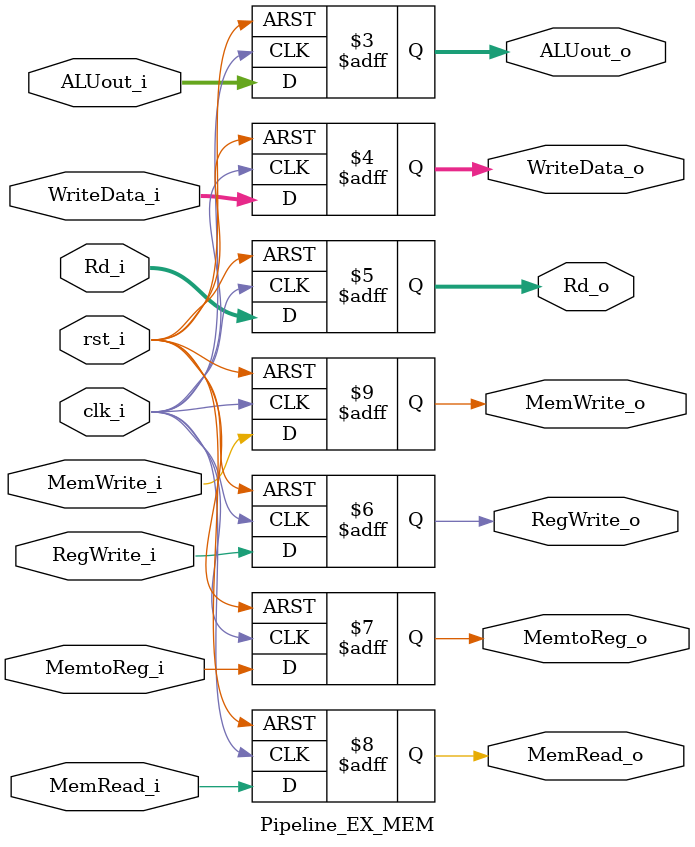
<source format=v>
module Pipeline_EX_MEM(
    clk_i,
    rst_i,
    ALUout_i,
    WriteData_i,
    Rd_i,
    RegWrite_i,
    MemtoReg_i,
    MemRead_i,
    MemWrite_i,

    ALUout_o,
    WriteData_o,
    Rd_o,
    RegWrite_o,
    MemtoReg_o,
    MemRead_o,
    MemWrite_o,
);

    input clk_i;
    input rst_i;
    input [31:0] ALUout_i, WriteData_i;
    output reg [31:0] ALUout_o, WriteData_o;

    input [4:0] Rd_i;
    output reg [4:0] Rd_o;

    input RegWrite_i, MemtoReg_i, MemRead_i, MemWrite_i;
    output reg RegWrite_o, MemtoReg_o, MemRead_o, MemWrite_o;

    always@(posedge clk_i or negedge rst_i)
    if (~rst_i) // init
    begin
        ALUout_o <= 32'b0;
        WriteData_o <= 32'b0;
        Rd_o <= 4'b0;
        RegWrite_o <= 0;
        MemtoReg_o <= 0;
        MemRead_o <= 0;
        MemWrite_o <= 0;
    end
    else
    begin
        ALUout_o <= ALUout_i;
        WriteData_o <= WriteData_i;
        Rd_o <= Rd_i;
        RegWrite_o <= RegWrite_i;
        MemtoReg_o <= MemtoReg_i;
        MemRead_o <= MemRead_i;
        MemWrite_o <= MemWrite_i;
    end

endmodule

</source>
